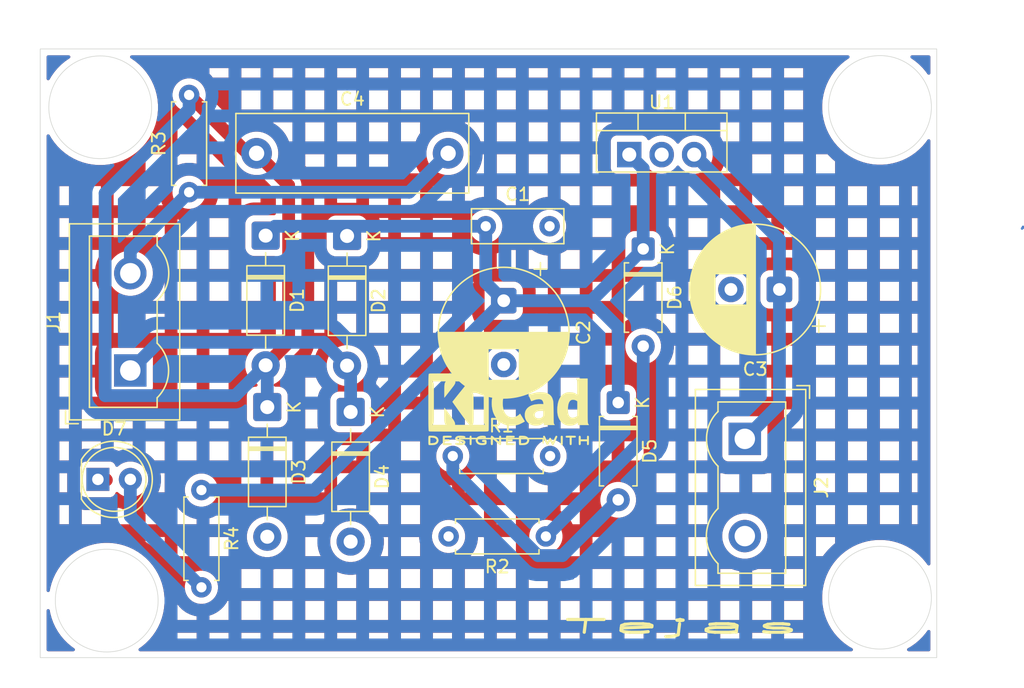
<source format=kicad_pcb>
(kicad_pcb (version 20241229) (generator "pcbnew") (generator_version "9.0")
  (layers (0 "F.Cu" signal) (2 "B.Cu" signal) (13 "F.Paste" user) (15 "B.Paste" user) (5 "F.SilkS" user "F.Silkscreen") (7 "B.SilkS" user "B.Silkscreen") (1 "F.Mask" user) (3 "B.Mask" user) (25 "Edge.Cuts" user))
  (net 0 "")
  (net 1 "Net-(D1-K)")
  (net 2 "GND")
  (net 3 "Net-(J2-Pin_1)")
  (net 4 "Net-(J1-Pin_2)")
  (net 5 "Net-(D1-A)")
  (net 6 "Net-(D2-A)")
  (net 7 "Net-(D5-A)")
  (net 8 "Net-(D6-A)")
  (net 9 "Net-(D7-A)")
  (footprint "Diode_THT:D_DO-41_SOD81_P10.16mm_Horizontal" (layer "F.Cu") (at 101.727 83.5152 -90)
    (property "Reference" "D3" (at 5.08 -2.47 90) (layer "F.SilkS"))
    (property "Value" "1N4007")
    (fp_text user "K" (at 0 -2.1 90) (layer "F.SilkS"))
    (pad "1" thru_hole roundrect (at 0 0 270) (size 2.2 2.2) (drill 1.1) (layers "*.Cu" "*.Mask") (roundrect_rratio 0.113636) (net 5 "Net-(D1-A)"))
    (pad "2" thru_hole circle (at 10.16 0 270) (size 2.2 2.2) (drill 1.1) (layers "*.Cu" "*.Mask") (net 2 "GND"))
  )
  (footprint "Resistor_THT:R_Axial_DIN0207_L6.3mm_D2.5mm_P7.62mm_Horizontal" (layer "F.Cu") (at 96.5708 90.0176 -90)
    (property "Reference" "R4" (at 3.81 -2.37 90) (layer "F.SilkS"))
    (property "Value" "2.2k")
    (pad "1" thru_hole circle (at 0 0 270) (size 1.6 1.6) (drill 0.8) (layers "*.Cu" "*.Mask") (net 1 "Net-(D1-K)"))
    (pad "2" thru_hole circle (at 7.62 0 270) (size 1.6 1.6) (drill 0.8) (layers "*.Cu" "*.Mask") (net 9 "Net-(D7-A)"))
  )
  (footprint "Diode_THT:D_DO-41_SOD81_P10.16mm_Horizontal" (layer "F.Cu") (at 107.9754 70.104 -90)
    (property "Reference" "D2" (at 5.08 -2.47 90) (layer "F.SilkS"))
    (property "Value" "1N4007")
    (fp_text user "K" (at 0 -2.1 90) (layer "F.SilkS"))
    (pad "1" thru_hole roundrect (at 0 0 270) (size 2.2 2.2) (drill 1.1) (layers "*.Cu" "*.Mask") (roundrect_rratio 0.113636) (net 1 "Net-(D1-K)"))
    (pad "2" thru_hole circle (at 10.16 0 270) (size 2.2 2.2) (drill 1.1) (layers "*.Cu" "*.Mask") (net 6 "Net-(D2-A)"))
  )
  (footprint "Diode_THT:D_DO-41_SOD81_P10.16mm_Horizontal" (layer "F.Cu") (at 108.2548 83.8962 -90)
    (property "Reference" "D4" (at 5.08 -2.47 90) (layer "F.SilkS"))
    (property "Value" "1N4007")
    (fp_text user "K" (at 0 -2.1 90) (layer "F.SilkS"))
    (pad "1" thru_hole roundrect (at 0 0 270) (size 2.2 2.2) (drill 1.1) (layers "*.Cu" "*.Mask") (roundrect_rratio 0.113636) (net 6 "Net-(D2-A)"))
    (pad "2" thru_hole circle (at 10.16 0 270) (size 2.2 2.2) (drill 1.1) (layers "*.Cu" "*.Mask") (net 2 "GND"))
  )
  (footprint "LED_THT:LED_D5.0mm" (layer "F.Cu") (at 88.4632 89.1794)
    (property "Reference" "D7" (at 1.27 -3.96 0) (layer "F.SilkS"))
    (property "Value" "LED")
    (pad "1" thru_hole rect (at 0 0) (size 1.8 1.8) (drill 0.9) (layers "*.Cu" "*.Mask") (net 2 "GND"))
    (pad "2" thru_hole circle (at 2.54 0) (size 1.8 1.8) (drill 0.9) (layers "*.Cu" "*.Mask") (net 9 "Net-(D7-A)"))
  )
  (footprint "Resistor_THT:R_Axial_DIN0207_L6.3mm_D2.5mm_P7.62mm_Horizontal" (layer "F.Cu") (at 95.6056 66.675 90)
    (property "Reference" "R3" (at 3.81 -2.37 90) (layer "F.SilkS"))
    (property "Value" "1M")
    (pad "1" thru_hole circle (at 0 0 90) (size 1.6 1.6) (drill 0.8) (layers "*.Cu" "*.Mask") (net 4 "Net-(J1-Pin_2)"))
    (pad "2" thru_hole circle (at 7.62 0 90) (size 1.6 1.6) (drill 0.8) (layers "*.Cu" "*.Mask") (net 5 "Net-(D1-A)"))
  )
  (footprint "Package_TO_SOT_THT:TO-220-3_Vertical" (layer "F.Cu") (at 130.0734 63.7286)
    (property "Reference" "U1" (at 2.54 -4.1 0) (layer "F.SilkS"))
    (property "Value" "LM7805_TO220")
    (pad "1" thru_hole rect (at 0 0) (size 1.905 2) (drill 1.1) (layers "*.Cu" "*.Mask") (net 1 "Net-(D1-K)"))
    (pad "2" thru_hole oval (at 2.54 0) (size 1.905 2) (drill 1.1) (layers "*.Cu" "*.Mask") (net 2 "GND"))
    (pad "3" thru_hole oval (at 5.08 0) (size 1.905 2) (drill 1.1) (layers "*.Cu" "*.Mask") (net 3 "Net-(J2-Pin_1)"))
  )
  (footprint "Diode_THT:D_DO-41_SOD81_P10.16mm_Horizontal" (layer "F.Cu") (at 101.6 70.0786 -90)
    (property "Reference" "D1" (at 5.08 -2.47 90) (layer "F.SilkS"))
    (property "Value" "1N4007")
    (fp_text user "K" (at 0 -2.1 90) (layer "F.SilkS"))
    (pad "1" thru_hole roundrect (at 0 0 270) (size 2.2 2.2) (drill 1.1) (layers "*.Cu" "*.Mask") (roundrect_rratio 0.113636) (net 1 "Net-(D1-K)"))
    (pad "2" thru_hole circle (at 10.16 0 270) (size 2.2 2.2) (drill 1.1) (layers "*.Cu" "*.Mask") (net 5 "Net-(D1-A)"))
  )
  (footprint "TerminalBlock:TerminalBlock_Wuerth_691311400102_P7.62mm" (layer "F.Cu") (at 91.001 80.645 90)
    (property "Reference" "J1" (at 3.81 -6 90) (layer "F.SilkS"))
    (property "Value" "Screw_Terminal_01x02")
    (pad "1" thru_hole rect (at 0 0 90) (size 2.54 2.54) (drill 1.6) (layers "*.Cu" "*.Mask") (net 6 "Net-(D2-A)"))
    (pad "2" thru_hole circle (at 7.62 0 90) (size 2.54 2.54) (drill 1.6) (layers "*.Cu" "*.Mask") (net 4 "Net-(J1-Pin_2)"))
  )
  (footprint "Resistor_THT:R_Axial_DIN0207_L6.3mm_D2.5mm_P7.62mm_Horizontal" (layer "F.Cu") (at 123.5456 93.6498 180)
    (property "Reference" "R2" (at 3.81 -2.37 0) (layer "F.SilkS"))
    (property "Value" "20k")
    (pad "1" thru_hole circle (at 0 0 180) (size 1.6 1.6) (drill 0.8) (layers "*.Cu" "*.Mask") (net 8 "Net-(D6-A)"))
    (pad "2" thru_hole circle (at 7.62 0 180) (size 1.6 1.6) (drill 0.8) (layers "*.Cu" "*.Mask") (net 2 "GND"))
  )
  (footprint "Diode_THT:D_A-405_P7.62mm_Horizontal" (layer "F.Cu") (at 129.2098 83.1596 -90)
    (property "Reference" "D5" (at 3.81 -2.47 90) (layer "F.SilkS"))
    (property "Value" "D_Zener")
    (fp_text user "K" (at 0 -1.9 90) (layer "F.SilkS"))
    (pad "1" thru_hole roundrect (at 0 0 270) (size 1.8 1.8) (drill 0.9) (layers "*.Cu" "*.Mask") (roundrect_rratio 0.138889) (net 1 "Net-(D1-K)"))
    (pad "2" thru_hole circle (at 7.62 0 270) (size 1.8 1.8) (drill 0.9) (layers "*.Cu" "*.Mask") (net 7 "Net-(D5-A)"))
  )
  (footprint "TerminalBlock:TerminalBlock_Wuerth_691311400102_P7.62mm" (layer "F.Cu") (at 139.123 86.0044 -90)
    (property "Reference" "J2" (at 3.81 -6 90) (layer "F.SilkS"))
    (property "Value" "Screw_Terminal_01x02")
    (pad "1" thru_hole rect (at 0 0 270) (size 2.54 2.54) (drill 1.6) (layers "*.Cu" "*.Mask") (net 3 "Net-(J2-Pin_1)"))
    (pad "2" thru_hole circle (at 7.62 0 270) (size 2.54 2.54) (drill 1.6) (layers "*.Cu" "*.Mask") (net 2 "GND"))
  )
  (footprint "Capacitor_THT:CP_Radial_D10.0mm_P5.00mm" (layer "F.Cu") (at 120.2436 75.178523 -90)
    (property "Reference" "C2" (at 2.5 -6.25 90) (layer "F.SilkS"))
    (property "Value" "1000uF")
    (pad "1" thru_hole roundrect (at 0 0 270) (size 2 2) (drill 1) (layers "*.Cu" "*.Mask") (roundrect_rratio 0.125) (net 1 "Net-(D1-K)"))
    (pad "2" thru_hole circle (at 5 0 270) (size 2 2) (drill 1) (layers "*.Cu" "*.Mask") (net 2 "GND"))
  )
  (footprint "Symbol:KiCad-Logo2_5mm_SilkScreen" (layer "F.Cu") (at 120.6246 83.4898)
    (property "Reference" "REF**" (hide yes))
    (property "Value" "KiCad-Logo2_5mm_SilkScreen" (hide yes))
  )
  (footprint "Diode_THT:D_A-405_P7.62mm_Horizontal" (layer "F.Cu") (at 131.1656 71.12 -90)
    (property "Reference" "D6" (at 3.81 -2.47 90) (layer "F.SilkS"))
    (property "Value" "D_Zener")
    (fp_text user "K" (at 0 -1.9 90) (layer "F.SilkS"))
    (pad "1" thru_hole roundrect (at 0 0 270) (size 1.8 1.8) (drill 0.9) (layers "*.Cu" "*.Mask") (roundrect_rratio 0.138889) (net 1 "Net-(D1-K)"))
    (pad "2" thru_hole circle (at 7.62 0 270) (size 1.8 1.8) (drill 0.9) (layers "*.Cu" "*.Mask") (net 8 "Net-(D6-A)"))
  )
  (footprint "Capacitor_THT:C_Disc_D7.0mm_W2.5mm_P5.00mm" (layer "F.Cu") (at 118.8358 69.342)
    (property "Reference" "C1" (at 2.5 -2.5 0) (layer "F.SilkS"))
    (property "Value" "0.1uF")
    (pad "1" thru_hole circle (at 0 0) (size 1.6 1.6) (drill 0.8) (layers "*.Cu" "*.Mask") (net 1 "Net-(D1-K)"))
    (pad "2" thru_hole circle (at 5 0) (size 1.6 1.6) (drill 0.8) (layers "*.Cu" "*.Mask") (net 2 "GND"))
  )
  (footprint "Capacitor_THT:CP_Radial_D10.0mm_P3.80mm" (layer "F.Cu") (at 141.8336 74.295 180)
    (property "Reference" "C3" (at 1.9 -6.25 0) (layer "F.SilkS"))
    (property "Value" "470uF")
    (pad "1" thru_hole roundrect (at 0 0 180) (size 2 2) (drill 1) (layers "*.Cu" "*.Mask") (roundrect_rratio 0.125) (net 3 "Net-(J2-Pin_1)"))
    (pad "2" thru_hole circle (at 3.8 0 180) (size 2 2) (drill 1) (layers "*.Cu" "*.Mask") (net 2 "GND"))
  )
  (footprint "Resistor_THT:R_Axial_DIN0207_L6.3mm_D2.5mm_P7.62mm_Horizontal" (layer "F.Cu") (at 116.2558 87.3506)
    (property "Reference" "R1" (at 3.81 -2.37 0) (layer "F.SilkS"))
    (property "Value" "20k")
    (pad "1" thru_hole circle (at 0 0) (size 1.6 1.6) (drill 0.8) (layers "*.Cu" "*.Mask") (net 7 "Net-(D5-A)"))
    (pad "2" thru_hole circle (at 7.62 0) (size 1.6 1.6) (drill 0.8) (layers "*.Cu" "*.Mask") (net 2 "GND"))
  )
  (footprint "Capacitor_THT:C_Rect_L18.0mm_W6.0mm_P15.00mm_FKS3_FKP3" (layer "F.Cu") (at 100.8888 63.627)
    (property "Reference" "C4" (at 7.5 -4.25 0) (layer "F.SilkS"))
    (property "Value" "225k/2.2uF")
    (pad "1" thru_hole circle (at 0 0) (size 2.4 2.4) (drill 1.2) (layers "*.Cu" "*.Mask") (net 5 "Net-(D1-A)"))
    (pad "2" thru_hole circle (at 15 0) (size 2.4 2.4) (drill 1.2) (layers "*.Cu" "*.Mask") (net 4 "Net-(J1-Pin_2)"))
  )
  (gr_circle (center 149.7076 59.9948) (end 150.4188 56.0324) (stroke (width 0.05)) (fill no) (layer "Edge.Cuts"))
  (gr_rect (start 83.947 55.4482) (end 154.1526 103.1494) (stroke (width 0.05)) (fill no) (layer "Edge.Cuts"))
  (gr_circle (center 88.646 60.0202) (end 89.3572 56.0578) (stroke (width 0.05)) (fill no) (layer "Edge.Cuts"))
  (gr_circle (center 89.154 98.679) (end 89.8652 94.7166) (stroke (width 0.05)) (fill no) (layer "Edge.Cuts"))
  (gr_circle (center 149.7076 98.4504) (end 150.4188 94.488) (stroke (width 0.05)) (fill no) (layer "Edge.Cuts"))
  (gr_text "Tejas" (at 124.4854 101.2952 0) (layer "F.SilkS") (effects (font (size 1 5) (thickness 0.25) (bold yes) (italic yes)) (justify left bottom)))
  (segment (start 160.909 69.4436) (end 160.8328 69.5198) (width 0.2) (layer "B.Cu") (net 0))
  (segment (start 160.909 69.3928) (end 160.909 69.4436) (width 0.2) (layer "B.Cu") (net 0))
  (segment (start 129.2098 77.281246) (end 127.107077 75.178523) (width 1) (layer "B.Cu") (net 1))
  (segment (start 127.107077 75.178523) (end 131.1656 71.12) (width 1) (layer "B.Cu") (net 1))
  (segment (start 118.8358 69.342) (end 118.8358 73.770723) (width 1) (layer "B.Cu") (net 1))
  (segment (start 105.404523 90.0176) (end 96.5708 90.0176) (width 1) (layer "B.Cu") (net 1))
  (segment (start 118.8358 73.770723) (end 120.2436 75.178523) (width 1) (layer "B.Cu") (net 1))
  (segment (start 120.2436 75.178523) (end 127.107077 75.178523) (width 1) (layer "B.Cu") (net 1))
  (segment (start 131.1656 64.8208) (end 130.0734 63.7286) (width 1) (layer "B.Cu") (net 1))
  (segment (start 118.8358 69.342) (end 102.3366 69.342) (width 1) (layer "B.Cu") (net 1))
  (segment (start 102.3366 69.342) (end 101.6 70.0786) (width 1) (layer "B.Cu") (net 1))
  (segment (start 129.2098 83.1596) (end 129.2098 77.281246) (width 1) (layer "B.Cu") (net 1))
  (segment (start 131.1656 71.12) (end 131.1656 64.8208) (width 1) (layer "B.Cu") (net 1))
  (segment (start 120.2436 75.178523) (end 105.404523 90.0176) (width 1) (layer "B.Cu") (net 1))
  (segment (start 88.4632 89.1794) (end 89.0778 89.1794) (width 1) (layer "F.Cu") (net 2))
  (segment (start 89.0778 89.1794) (end 89.1286 89.2302) (width 1) (layer "F.Cu") (net 2))
  (segment (start 101.727 93.853) (end 101.6508 93.9292) (width 1) (layer "B.Cu") (net 2))
  (segment (start 141.8336 74.295) (end 141.8336 83.2938) (width 1) (layer "B.Cu") (net 3))
  (segment (start 141.8336 70.4088) (end 135.1534 63.7286) (width 1) (layer "B.Cu") (net 3))
  (segment (start 141.8336 74.295) (end 141.8336 70.4088) (width 1) (layer "B.Cu") (net 3))
  (segment (start 141.8336 83.2938) (end 139.123 86.0044) (width 1) (layer "B.Cu") (net 3))
  (segment (start 91.001 73.025) (end 91.001 71.2796) (width 1) (layer "B.Cu") (net 4))
  (segment (start 91.001 71.2796) (end 95.6056 66.675) (width 1) (layer "B.Cu") (net 4))
  (segment (start 112.8408 66.675) (end 115.8888 63.627) (width 1) (layer "B.Cu") (net 4))
  (segment (start 95.6056 66.675) (end 112.8408 66.675) (width 1) (layer "B.Cu") (net 4))
  (segment (start 100.8888 63.627) (end 103.401 66.1392) (width 1) (layer "F.Cu") (net 5))
  (segment (start 100.8888 63.627) (end 100.1776 63.627) (width 1) (layer "F.Cu") (net 5))
  (segment (start 103.401 66.1392) (end 103.401 78.4376) (width 1) (layer "F.Cu") (net 5))
  (segment (start 103.401 78.4376) (end 101.6 80.2386) (width 1) (layer "F.Cu") (net 5))
  (segment (start 100.1776 63.627) (end 95.6056 59.055) (width 1) (layer "F.Cu") (net 5))
  (segment (start 101.727 80.3656) (end 101.6 80.2386) (width 1) (layer "B.Cu") (net 5))
  (segment (start 95.6056 59.055) (end 95.6056 60.18637) (width 1) (layer "B.Cu") (net 5))
  (segment (start 99.2226 82.616) (end 101.6 80.2386) (width 1) (layer "B.Cu") (net 5))
  (segment (start 95.6056 60.18637) (end 89.03 66.76197) (width 1) (layer "B.Cu") (net 5))
  (segment (start 89.03 82.616) (end 99.2226 82.616) (width 1) (layer "B.Cu") (net 5))
  (segment (start 89.03 66.76197) (end 89.03 82.616) (width 1) (layer "B.Cu") (net 5))
  (segment (start 101.727 83.5152) (end 101.727 80.3656) (width 1) (layer "B.Cu") (net 5))
  (segment (start 108.2548 80.5434) (end 107.9754 80.264) (width 1) (layer "B.Cu") (net 6))
  (segment (start 106.149 78.4376) (end 107.9754 80.264) (width 1) (layer "B.Cu") (net 6))
  (segment (start 93.2084 78.4376) (end 106.149 78.4376) (width 1) (layer "B.Cu") (net 6))
  (segment (start 91.001 80.645) (end 93.2084 78.4376) (width 1) (layer "B.Cu") (net 6))
  (segment (start 108.2548 83.8962) (end 108.2548 80.5434) (width 1) (layer "B.Cu") (net 6))
  (segment (start 116.2558 88.482735) (end 116.2558 87.3506) (width 1) (layer "B.Cu") (net 7))
  (segment (start 124.8386 95.1508) (end 122.923865 95.1508) (width 1) (layer "B.Cu") (net 7))
  (segment (start 122.923865 95.1508) (end 116.2558 88.482735) (width 1) (layer "B.Cu") (net 7))
  (segment (start 116.2558 87.3506) (end 116.2558 87.249) (width 1) (layer "B.Cu") (net 7))
  (segment (start 129.2098 90.7796) (end 124.8386 95.1508) (width 1) (layer "B.Cu") (net 7))
  (segment (start 131.1656 86.0298) (end 131.1656 78.74) (width 1) (layer "B.Cu") (net 8))
  (segment (start 123.5456 93.6498) (end 131.1656 86.0298) (width 1) (layer "B.Cu") (net 8))
  (segment (start 91.0032 89.1794) (end 91.0032 92.07) (width 1) (layer "B.Cu") (net 9))
  (segment (start 91.0032 92.07) (end 96.5708 97.6376) (width 1) (layer "B.Cu") (net 9))
  (zone (net 0) (net_name "") (layers "F.Cu" "B.Cu") (connect_pads (clearance 0.5)) (min_thickness 0.25) (fill yes (mode hatch) (thermal_gap 0.5) (thermal_bridge_width 0.5) (island_removal_mode 1) (island_area_min 10) (hatch_thickness 1) (hatch_gap 1.5) (hatch_orientation 0) (hatch_border_algorithm hatch_thickness) (hatch_min_hole_area 0.3))
    (polygon (pts (xy 80.8736 52.07) (xy 156.6672 52.07) (xy 156.6672 104.0638) (xy 155.194 105.537) (xy 81.4578 105.537) (xy 80.7974 104.8766) (xy 80.7974 51.6128) (xy 81.1784 51.6128) (xy 81.2546 51.689)))
  )
)
</source>
